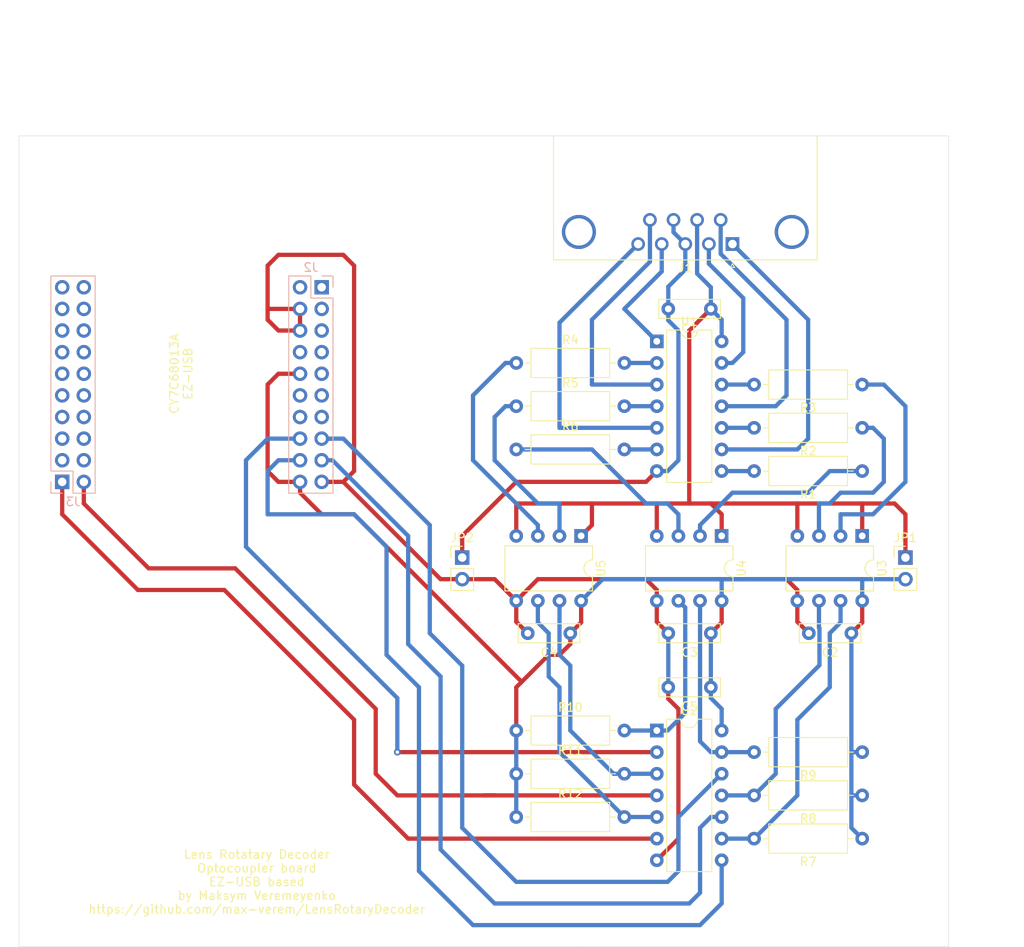
<source format=kicad_pcb>
(kicad_pcb (version 20211014) (generator pcbnew)
  (layers (0 "F.Cu" signal) (31 "B.Cu" signal) (34 "B.Paste" user) (35 "F.Paste" user) (36 "B.SilkS" user "B.Silkscreen") (37 "F.SilkS" user "F.Silkscreen") (38 "B.Mask" user) (39 "F.Mask" user) (44 "Edge.Cuts" user))
  (net 0 "")
  (net 1 "Net-(C1-Pad1)")
  (net 2 "Net-(C1-Pad2)")
  (net 3 "/GND")
  (net 4 "/VCC")
  (net 5 "Net-(J1-Pad1)")
  (net 6 "Net-(J1-Pad2)")
  (net 7 "Net-(J1-Pad4)")
  (net 8 "Net-(J1-Pad5)")
  (net 9 "Net-(J1-Pad6)")
  (net 10 "Net-(J1-Pad9)")
  (net 11 "Net-(J1-Pad0)")
  (net 12 "Net-(J2-Pad1)")
  (net 13 "/PD6")
  (net 14 "Net-(J2-Pad3)")
  (net 15 "Net-(J2-Pad5)")
  (net 16 "Net-(J2-Pad7)")
  (net 17 "/RDY0")
  (net 18 "Net-(J2-Pad9)")
  (net 19 "Net-(J2-Pad11)")
  (net 20 "/IFCLK")
  (net 21 "Net-(J2-Pad13)")
  (net 22 "/SDA")
  (net 23 "/PB0")
  (net 24 "/PB1")
  (net 25 "/PB2")
  (net 26 "/PB3")
  (net 27 "Net-(J3-Pad20)")
  (net 28 "Net-(J3-Pad18)")
  (net 29 "/PD1")
  (net 30 "Net-(J3-Pad16)")
  (net 31 "/PA7")
  (net 32 "Net-(J3-Pad14)")
  (net 33 "/PA5")
  (net 34 "Net-(J3-Pad12)")
  (net 35 "/PA3")
  (net 36 "Net-(J3-Pad10)")
  (net 37 "/PA1")
  (net 38 "Net-(J3-Pad8)")
  (net 39 "/CTL2")
  (net 40 "Net-(J3-Pad6)")
  (net 41 "/CTL0")
  (net 42 "/PB7")
  (net 43 "/PB6")
  (net 44 "/PB5")
  (net 45 "/PB4")
  (net 46 "Net-(R1-Pad1)")
  (net 47 "Net-(R1-Pad2)")
  (net 48 "Net-(R2-Pad2)")
  (net 49 "Net-(R2-Pad1)")
  (net 50 "Net-(R3-Pad1)")
  (net 51 "Net-(R3-Pad2)")
  (net 52 "Net-(R4-Pad2)")
  (net 53 "Net-(R4-Pad1)")
  (net 54 "Net-(R5-Pad1)")
  (net 55 "Net-(R5-Pad2)")
  (net 56 "Net-(R6-Pad2)")
  (net 57 "Net-(R6-Pad1)")
  (net 58 "Net-(R7-Pad2)")
  (net 59 "Net-(R8-Pad2)")
  (net 60 "Net-(R9-Pad2)")
  (net 61 "Net-(R10-Pad2)")
  (net 62 "Net-(R11-Pad2)")
  (net 63 "Net-(R12-Pad2)")
  (net 64 "/PD3")
  (footprint "Capacitor_THT:C_Rect_L7.0mm_W2.0mm_P5.00mm" (layer "F.Cu") (at 100.33 86.36 180)
    (fp_text reference "C3" (at 2.5 -2.25) (layer "F.SilkS"))
    (fp_text value "100nF")
    (pad "1" thru_hole circle locked (at 0 0 180) (size 1.6 1.6) (drill 0.8) (layers *.Cu *.Mask) (net 4 "/VCC"))
    (pad "2" thru_hole circle locked (at 5 0 180) (size 1.6 1.6) (drill 0.8) (layers *.Cu *.Mask) (net 3 "/GND"))
  )
  (footprint "Capacitor_THT:C_Rect_L7.0mm_W2.0mm_P5.00mm" (layer "F.Cu") (at 100.33 92.71 180)
    (fp_text reference "C5" (at 2.5 -2.25) (layer "F.SilkS"))
    (fp_text value "100nF")
    (pad "1" thru_hole circle locked (at 0 0 180) (size 1.6 1.6) (drill 0.8) (layers *.Cu *.Mask) (net 4 "/VCC"))
    (pad "2" thru_hole circle locked (at 5 0 180) (size 1.6 1.6) (drill 0.8) (layers *.Cu *.Mask) (net 3 "/GND"))
  )
  (footprint "Connector_Dsub:DSUB-9_Male_Horizontal_P2.77x2.84mm_EdgePinOffset9.90mm_Housed_MountingHolesOffset11.32mm" (layer "F.Cu") (at 102.87 40.64 180)
    (fp_text reference "J1" (at 5.54 -2.8) (layer "F.SilkS"))
    (fp_text value "DB9_Male_MountingHoles")
    (pad "0" thru_hole circle locked (at -6.96 1.42 180) (size 4 4) (drill 3.2) (layers *.Cu *.Mask) (net 11 "Net-(J1-Pad0)"))
    (pad "0" thru_hole circle locked (at 18.04 1.42 180) (size 4 4) (drill 3.2) (layers *.Cu *.Mask) (net 11 "Net-(J1-Pad0)"))
    (pad "1" thru_hole rect locked (at 0 0 180) (size 1.6 1.6) (drill 1) (layers *.Cu *.Mask) (net 5 "Net-(J1-Pad1)"))
    (pad "2" thru_hole circle locked (at 2.77 0 180) (size 1.6 1.6) (drill 1) (layers *.Cu *.Mask) (net 6 "Net-(J1-Pad2)"))
    (pad "3" thru_hole circle locked (at 5.54 0 180) (size 1.6 1.6) (drill 1) (layers *.Cu *.Mask) (net 2 "Net-(C1-Pad2)"))
    (pad "4" thru_hole circle locked (at 8.31 0 180) (size 1.6 1.6) (drill 1) (layers *.Cu *.Mask) (net 7 "Net-(J1-Pad4)"))
    (pad "5" thru_hole circle locked (at 11.08 0 180) (size 1.6 1.6) (drill 1) (layers *.Cu *.Mask) (net 8 "Net-(J1-Pad5)"))
    (pad "6" thru_hole circle locked (at 1.385 2.84 180) (size 1.6 1.6) (drill 1) (layers *.Cu *.Mask) (net 9 "Net-(J1-Pad6)"))
    (pad "7" thru_hole circle locked (at 4.155 2.84 180) (size 1.6 1.6) (drill 1) (layers *.Cu *.Mask) (net 1 "Net-(C1-Pad1)"))
    (pad "8" thru_hole circle locked (at 6.925 2.84 180) (size 1.6 1.6) (drill 1) (layers *.Cu *.Mask) (net 2 "Net-(C1-Pad2)"))
    (pad "9" thru_hole circle locked (at 9.695 2.84 180) (size 1.6 1.6) (drill 1) (layers *.Cu *.Mask) (net 10 "Net-(J1-Pad9)"))
  )
  (footprint "Connector_PinHeader_2.54mm:PinHeader_1x02_P2.54mm_Vertical" (layer "F.Cu") (at 123.19 77.47)
    (fp_text reference "JP1" (at 0 -2.33) (layer "F.SilkS"))
    (fp_text value "Jumper_2_Open")
    (pad "1" thru_hole rect locked (at 0 0) (size 1.7 1.7) (drill 1) (layers *.Cu *.Mask) (net 1 "Net-(C1-Pad1)"))
    (pad "2" thru_hole oval locked (at 0 2.54) (size 1.7 1.7) (drill 1) (layers *.Cu *.Mask) (net 4 "/VCC"))
  )
  (footprint "Connector_PinHeader_2.54mm:PinHeader_1x02_P2.54mm_Vertical" (layer "F.Cu") (at 71.12 77.47)
    (fp_text reference "JP2" (at 0 -2.33) (layer "F.SilkS"))
    (fp_text value "Jumper_2_Open")
    (pad "1" thru_hole rect locked (at 0 0) (size 1.7 1.7) (drill 1) (layers *.Cu *.Mask) (net 2 "Net-(C1-Pad2)"))
    (pad "2" thru_hole oval locked (at 0 2.54) (size 1.7 1.7) (drill 1) (layers *.Cu *.Mask) (net 3 "/GND"))
  )
  (footprint "Resistor_THT:R_Axial_DIN0309_L9.0mm_D3.2mm_P12.70mm_Horizontal" (layer "F.Cu") (at 118.11 67.31 180)
    (fp_text reference "R1" (at 6.35 -2.72) (layer "F.SilkS"))
    (fp_text value "360")
    (pad "1" thru_hole circle locked (at 0 0 180) (size 1.6 1.6) (drill 0.8) (layers *.Cu *.Mask) (net 46 "Net-(R1-Pad1)"))
    (pad "2" thru_hole oval locked (at 12.7 0 180) (size 1.6 1.6) (drill 0.8) (layers *.Cu *.Mask) (net 47 "Net-(R1-Pad2)"))
  )
  (footprint "Resistor_THT:R_Axial_DIN0309_L9.0mm_D3.2mm_P12.70mm_Horizontal" (layer "F.Cu") (at 118.11 62.23 180)
    (fp_text reference "R2" (at 6.35 -2.72) (layer "F.SilkS"))
    (fp_text value "360")
    (pad "1" thru_hole circle locked (at 0 0 180) (size 1.6 1.6) (drill 0.8) (layers *.Cu *.Mask) (net 49 "Net-(R2-Pad1)"))
    (pad "2" thru_hole oval locked (at 12.7 0 180) (size 1.6 1.6) (drill 0.8) (layers *.Cu *.Mask) (net 48 "Net-(R2-Pad2)"))
  )
  (footprint "Resistor_THT:R_Axial_DIN0309_L9.0mm_D3.2mm_P12.70mm_Horizontal" (layer "F.Cu") (at 118.11 57.15 180)
    (fp_text reference "R3" (at 6.35 -2.72) (layer "F.SilkS"))
    (fp_text value "360")
    (pad "1" thru_hole circle locked (at 0 0 180) (size 1.6 1.6) (drill 0.8) (layers *.Cu *.Mask) (net 50 "Net-(R3-Pad1)"))
    (pad "2" thru_hole oval locked (at 12.7 0 180) (size 1.6 1.6) (drill 0.8) (layers *.Cu *.Mask) (net 51 "Net-(R3-Pad2)"))
  )
  (footprint "Resistor_THT:R_Axial_DIN0309_L9.0mm_D3.2mm_P12.70mm_Horizontal" (layer "F.Cu") (at 77.47 54.61)
    (fp_text reference "R4" (at 6.35 -2.72) (layer "F.SilkS"))
    (fp_text value "360")
    (pad "1" thru_hole circle locked (at 0 0) (size 1.6 1.6) (drill 0.8) (layers *.Cu *.Mask) (net 53 "Net-(R4-Pad1)"))
    (pad "2" thru_hole oval locked (at 12.7 0) (size 1.6 1.6) (drill 0.8) (layers *.Cu *.Mask) (net 52 "Net-(R4-Pad2)"))
  )
  (footprint "Resistor_THT:R_Axial_DIN0309_L9.0mm_D3.2mm_P12.70mm_Horizontal" (layer "F.Cu") (at 77.47 59.69)
    (fp_text reference "R5" (at 6.35 -2.72) (layer "F.SilkS"))
    (fp_text value "360")
    (pad "1" thru_hole circle locked (at 0 0) (size 1.6 1.6) (drill 0.8) (layers *.Cu *.Mask) (net 54 "Net-(R5-Pad1)"))
    (pad "2" thru_hole oval locked (at 12.7 0) (size 1.6 1.6) (drill 0.8) (layers *.Cu *.Mask) (net 55 "Net-(R5-Pad2)"))
  )
  (footprint "Resistor_THT:R_Axial_DIN0309_L9.0mm_D3.2mm_P12.70mm_Horizontal" (layer "F.Cu") (at 77.47 64.77)
    (fp_text reference "R6" (at 6.35 -2.72) (layer "F.SilkS"))
    (fp_text value "360")
    (pad "1" thru_hole circle locked (at 0 0) (size 1.6 1.6) (drill 0.8) (layers *.Cu *.Mask) (net 57 "Net-(R6-Pad1)"))
    (pad "2" thru_hole oval locked (at 12.7 0) (size 1.6 1.6) (drill 0.8) (layers *.Cu *.Mask) (net 56 "Net-(R6-Pad2)"))
  )
  (footprint "Resistor_THT:R_Axial_DIN0309_L9.0mm_D3.2mm_P12.70mm_Horizontal" (layer "F.Cu") (at 118.11 105.41 180)
    (fp_text reference "R8" (at 6.35 -2.72) (layer "F.SilkS"))
    (fp_text value "1k")
    (pad "1" thru_hole circle locked (at 0 0 180) (size 1.6 1.6) (drill 0.8) (layers *.Cu *.Mask) (net 4 "/VCC"))
    (pad "2" thru_hole oval locked (at 12.7 0 180) (size 1.6 1.6) (drill 0.8) (layers *.Cu *.Mask) (net 59 "Net-(R8-Pad2)"))
  )
  (footprint "Resistor_THT:R_Axial_DIN0309_L9.0mm_D3.2mm_P12.70mm_Horizontal" (layer "F.Cu") (at 118.11 100.33 180)
    (fp_text reference "R9" (at 6.35 -2.72) (layer "F.SilkS"))
    (fp_text value "1k")
    (pad "1" thru_hole circle locked (at 0 0 180) (size 1.6 1.6) (drill 0.8) (layers *.Cu *.Mask) (net 4 "/VCC"))
    (pad "2" thru_hole oval locked (at 12.7 0 180) (size 1.6 1.6) (drill 0.8) (layers *.Cu *.Mask) (net 60 "Net-(R9-Pad2)"))
  )
  (footprint "Resistor_THT:R_Axial_DIN0309_L9.0mm_D3.2mm_P12.70mm_Horizontal" (layer "F.Cu") (at 77.47 97.79)
    (fp_text reference "R10" (at 6.35 -2.72) (layer "F.SilkS"))
    (fp_text value "1k")
    (pad "1" thru_hole circle locked (at 0 0) (size 1.6 1.6) (drill 0.8) (layers *.Cu *.Mask) (net 4 "/VCC"))
    (pad "2" thru_hole oval locked (at 12.7 0) (size 1.6 1.6) (drill 0.8) (layers *.Cu *.Mask) (net 61 "Net-(R10-Pad2)"))
  )
  (footprint "Resistor_THT:R_Axial_DIN0309_L9.0mm_D3.2mm_P12.70mm_Horizontal" (layer "F.Cu") (at 77.47 102.87)
    (fp_text reference "R11" (at 6.35 -2.72) (layer "F.SilkS"))
    (fp_text value "1k")
    (pad "1" thru_hole circle locked (at 0 0) (size 1.6 1.6) (drill 0.8) (layers *.Cu *.Mask) (net 4 "/VCC"))
    (pad "2" thru_hole oval locked (at 12.7 0) (size 1.6 1.6) (drill 0.8) (layers *.Cu *.Mask) (net 62 "Net-(R11-Pad2)"))
  )
  (footprint "Resistor_THT:R_Axial_DIN0309_L9.0mm_D3.2mm_P12.70mm_Horizontal" (layer "F.Cu") (at 77.47 107.95)
    (fp_text reference "R12" (at 6.35 -2.72) (layer "F.SilkS"))
    (fp_text value "1k")
    (pad "1" thru_hole circle locked (at 0 0) (size 1.6 1.6) (drill 0.8) (layers *.Cu *.Mask) (net 4 "/VCC"))
    (pad "2" thru_hole oval locked (at 12.7 0) (size 1.6 1.6) (drill 0.8) (layers *.Cu *.Mask) (net 63 "Net-(R12-Pad2)"))
  )
  (footprint "Package_DIP:DIP-14_W7.62mm" (layer "F.Cu") (at 93.98 52.07)
    (fp_text reference "U1" (at 3.81 -2.33) (layer "F.SilkS"))
    (fp_text value "74AHC04")
    (pad "1" thru_hole rect locked (at 0 0) (size 1.6 1.6) (drill 0.8) (layers *.Cu *.Mask) (net 7 "Net-(J1-Pad4)"))
    (pad "2" thru_hole oval locked (at 0 2.54) (size 1.6 1.6) (drill 0.8) (layers *.Cu *.Mask) (net 52 "Net-(R4-Pad2)"))
    (pad "3" thru_hole oval locked (at 0 5.08) (size 1.6 1.6) (drill 0.8) (layers *.Cu *.Mask) (net 10 "Net-(J1-Pad9)"))
    (pad "4" thru_hole oval locked (at 0 7.62) (size 1.6 1.6) (drill 0.8) (layers *.Cu *.Mask) (net 55 "Net-(R5-Pad2)"))
    (pad "5" thru_hole oval locked (at 0 10.16) (size 1.6 1.6) (drill 0.8) (layers *.Cu *.Mask) (net 8 "Net-(J1-Pad5)"))
    (pad "6" thru_hole oval locked (at 0 12.7) (size 1.6 1.6) (drill 0.8) (layers *.Cu *.Mask) (net 56 "Net-(R6-Pad2)"))
    (pad "7" thru_hole oval locked (at 0 15.24) (size 1.6 1.6) (drill 0.8) (layers *.Cu *.Mask) (net 2 "Net-(C1-Pad2)"))
    (pad "8" thru_hole oval locked (at 7.62 15.24) (size 1.6 1.6) (drill 0.8) (layers *.Cu *.Mask) (net 47 "Net-(R1-Pad2)"))
    (pad "9" thru_hole oval locked (at 7.62 12.7) (size 1.6 1.6) (drill 0.8) (layers *.Cu *.Mask) (net 5 "Net-(J1-Pad1)"))
    (pad "10" thru_hole oval locked (at 7.62 10.16) (size 1.6 1.6) (drill 0.8) (layers *.Cu *.Mask) (net 48 "Net-(R2-Pad2)"))
    (pad "11" thru_hole oval locked (at 7.62 7.62) (size 1.6 1.6) (drill 0.8) (layers *.Cu *.Mask) (net 9 "Net-(J1-Pad6)"))
    (pad "12" thru_hole oval locked (at 7.62 5.08) (size 1.6 1.6) (drill 0.8) (layers *.Cu *.Mask) (net 51 "Net-(R3-Pad2)"))
    (pad "13" thru_hole oval locked (at 7.62 2.54) (size 1.6 1.6) (drill 0.8) (layers *.Cu *.Mask) (net 6 "Net-(J1-Pad2)"))
    (pad "14" thru_hole oval locked (at 7.62 0) (size 1.6 1.6) (drill 0.8) (layers *.Cu *.Mask) (net 1 "Net-(C1-Pad1)"))
  )
  (footprint "Package_DIP:DIP-14_W7.62mm" (layer "F.Cu") (at 93.98 97.79)
    (fp_text reference "U2" (at 3.81 -2.33) (layer "F.SilkS"))
    (fp_text value "74AHC04")
    (pad "1" thru_hole rect locked (at 0 0) (size 1.6 1.6) (drill 0.8) (layers *.Cu *.Mask) (net 61 "Net-(R10-Pad2)"))
    (pad "2" thru_hole oval locked (at 0 2.54) (size 1.6 1.6) (drill 0.8) (layers *.Cu *.Mask) (net 24 "/PB1"))
    (pad "3" thru_hole oval locked (at 0 5.08) (size 1.6 1.6) (drill 0.8) (layers *.Cu *.Mask) (net 62 "Net-(R11-Pad2)"))
    (pad "4" thru_hole oval locked (at 0 7.62) (size 1.6 1.6) (drill 0.8) (layers *.Cu *.Mask) (net 44 "/PB5"))
    (pad "5" thru_hole oval locked (at 0 10.16) (size 1.6 1.6) (drill 0.8) (layers *.Cu *.Mask) (net 63 "Net-(R12-Pad2)"))
    (pad "6" thru_hole oval locked (at 0 12.7) (size 1.6 1.6) (drill 0.8) (layers *.Cu *.Mask) (net 45 "/PB4"))
    (pad "7" thru_hole oval locked (at 0 15.24) (size 1.6 1.6) (drill 0.8) (layers *.Cu *.Mask) (net 3 "/GND"))
    (pad "8" thru_hole oval locked (at 7.62 15.24) (size 1.6 1.6) (drill 0.8) (layers *.Cu *.Mask) (net 26 "/PB3"))
    (pad "9" thru_hole oval locked (at 7.62 12.7) (size 1.6 1.6) (drill 0.8) (layers *.Cu *.Mask) (net 58 "Net-(R7-Pad2)"))
    (pad "10" thru_hole oval locked (at 7.62 10.16) (size 1.6 1.6) (drill 0.8) (layers *.Cu *.Mask) (net 25 "/PB2"))
    (pad "11" thru_hole oval locked (at 7.62 7.62) (size 1.6 1.6) (drill 0.8) (layers *.Cu *.Mask) (net 59 "Net-(R8-Pad2)"))
    (pad "12" thru_hole oval locked (at 7.62 5.08) (size 1.6 1.6) (drill 0.8) (layers *.Cu *.Mask) (net 23 "/PB0"))
    (pad "13" thru_hole oval locked (at 7.62 2.54) (size 1.6 1.6) (drill 0.8) (layers *.Cu *.Mask) (net 60 "Net-(R9-Pad2)"))
    (pad "14" thru_hole oval locked (at 7.62 0) (size 1.6 1.6) (drill 0.8) (layers *.Cu *.Mask) (net 4 "/VCC"))
  )
  (footprint "Package_DIP:DIP-8_W7.62mm" (layer "F.Cu") (at 118.11 74.93 -90)
    (fp_text reference "U3" (at 3.81 -2.33 90) (layer "F.SilkS"))
    (fp_text value "HCPL-2630")
    (pad "1" thru_hole rect locked (at 0 0 270) (size 1.6 1.6) (drill 0.8) (layers *.Cu *.Mask) (net 1 "Net-(C1-Pad1)"))
    (pad "2" thru_hole oval locked (at 0 2.54 270) (size 1.6 1.6) (drill 0.8) (layers *.Cu *.Mask) (net 50 "Net-(R3-Pad1)"))
    (pad "3" thru_hole oval locked (at 0 5.08 270) (size 1.6 1.6) (drill 0.8) (layers *.Cu *.Mask) (net 49 "Net-(R2-Pad1)"))
    (pad "4" thru_hole oval locked (at 0 7.62 270) (size 1.6 1.6) (drill 0.8) (layers *.Cu *.Mask) (net 1 "Net-(C1-Pad1)"))
    (pad "5" thru_hole oval locked (at 7.62 7.62 270) (size 1.6 1.6) (drill 0.8) (layers *.Cu *.Mask) (net 3 "/GND"))
    (pad "6" thru_hole oval locked (at 7.62 5.08 270) (size 1.6 1.6) (drill 0.8) (layers *.Cu *.Mask) (net 59 "Net-(R8-Pad2)"))
    (pad "7" thru_hole oval locked (at 7.62 2.54 270) (size 1.6 1.6) (drill 0.8) (layers *.Cu *.Mask) (net 58 "Net-(R7-Pad2)"))
    (pad "8" thru_hole oval locked (at 7.62 0 270) (size 1.6 1.6) (drill 0.8) (layers *.Cu *.Mask) (net 4 "/VCC"))
  )
  (footprint "Package_DIP:DIP-8_W7.62mm" (layer "F.Cu") (at 101.6 74.93 -90)
    (fp_text reference "U4" (at 3.81 -2.33 90) (layer "F.SilkS"))
    (fp_text value "HCPL-2630")
    (pad "1" thru_hole rect locked (at 0 0 270) (size 1.6 1.6) (drill 0.8) (layers *.Cu *.Mask) (net 1 "Net-(C1-Pad1)"))
    (pad "2" thru_hole oval locked (at 0 2.54 270) (size 1.6 1.6) (drill 0.8) (layers *.Cu *.Mask) (net 46 "Net-(R1-Pad1)"))
    (pad "3" thru_hole oval locked (at 0 5.08 270) (size 1.6 1.6) (drill 0.8) (layers *.Cu *.Mask) (net 57 "Net-(R6-Pad1)"))
    (pad "4" thru_hole oval locked (at 0 7.62 270) (size 1.6 1.6) (drill 0.8) (layers *.Cu *.Mask) (net 1 "Net-(C1-Pad1)"))
    (pad "5" thru_hole oval locked (at 7.62 7.62 270) (size 1.6 1.6) (drill 0.8) (layers *.Cu *.Mask) (net 3 "/GND"))
    (pad "6" thru_hole oval locked (at 7.62 5.08 270) (size 1.6 1.6) (drill 0.8) (layers *.Cu *.Mask) (net 61 "Net-(R10-Pad2)"))
    (pad "7" thru_hole oval locked (at 7.62 2.54 270) (size 1.6 1.6) (drill 0.8) (layers *.Cu *.Mask) (net 60 "Net-(R9-Pad2)"))
    (pad "8" thru_hole oval locked (at 7.62 0 270) (size 1.6 1.6) (drill 0.8) (layers *.Cu *.Mask) (net 4 "/VCC"))
  )
  (footprint "Package_DIP:DIP-8_W7.62mm" (layer "F.Cu") (at 85.09 74.93 -90)
    (fp_text reference "U5" (at 3.81 -2.33 90) (layer "F.SilkS"))
    (fp_text value "HCPL-2630")
    (pad "1" thru_hole rect locked (at 0 0 270) (size 1.6 1.6) (drill 0.8) (layers *.Cu *.Mask) (net 1 "Net-(C1-Pad1)"))
    (pad "2" thru_hole oval locked (at 0 2.54 270) (size 1.6 1.6) (drill 0.8) (layers *.Cu *.Mask) (net 54 "Net-(R5-Pad1)"))
    (pad "3" thru_hole oval locked (at 0 5.08 270) (size 1.6 1.6) (drill 0.8) (layers *.Cu *.Mask) (net 53 "Net-(R4-Pad1)"))
    (pad "4" thru_hole oval locked (at 0 7.62 270) (size 1.6 1.6) (drill 0.8) (layers *.Cu *.Mask) (net 1 "Net-(C1-Pad1)"))
    (pad "5" thru_hole oval locked (at 7.62 7.62 270) (size 1.6 1.6) (drill 0.8) (layers *.Cu *.Mask) (net 3 "/GND"))
    (pad "6" thru_hole oval locked (at 7.62 5.08 270) (size 1.6 1.6) (drill 0.8) (layers *.Cu *.Mask) (net 63 "Net-(R12-Pad2)"))
    (pad "7" thru_hole oval locked (at 7.62 2.54 270) (size 1.6 1.6) (drill 0.8) (layers *.Cu *.Mask) (net 62 "Net-(R11-Pad2)"))
    (pad "8" thru_hole oval locked (at 7.62 0 270) (size 1.6 1.6) (drill 0.8) (layers *.Cu *.Mask) (net 4 "/VCC"))
  )
  (footprint "Capacitor_THT:C_Rect_L7.0mm_W2.0mm_P5.00mm" (layer "F.Cu") (at 100.33 48.26 180)
    (fp_text reference "C1" (at 2.5 -2.25) (layer "F.SilkS"))
    (fp_text value "100nF")
    (pad "1" thru_hole circle locked (at 0 0 180) (size 1.6 1.6) (drill 0.8) (layers *.Cu *.Mask) (net 1 "Net-(C1-Pad1)"))
    (pad "2" thru_hole circle locked (at 5 0 180) (size 1.6 1.6) (drill 0.8) (layers *.Cu *.Mask) (net 2 "Net-(C1-Pad2)"))
  )
  (footprint "Capacitor_THT:C_Rect_L7.0mm_W2.0mm_P5.00mm" (layer "F.Cu") (at 116.84 86.36 180)
    (fp_text reference "C2" (at 2.5 -2.25) (layer "F.SilkS"))
    (fp_text value "100nF")
    (pad "1" thru_hole circle locked (at 0 0 180) (size 1.6 1.6) (drill 0.8) (layers *.Cu *.Mask) (net 4 "/VCC"))
    (pad "2" thru_hole circle locked (at 5 0 180) (size 1.6 1.6) (drill 0.8) (layers *.Cu *.Mask) (net 3 "/GND"))
  )
  (footprint "Resistor_THT:R_Axial_DIN0309_L9.0mm_D3.2mm_P12.70mm_Horizontal" (layer "F.Cu") (at 118.11 110.49 180)
    (fp_text reference "R7" (at 6.35 -2.72) (layer "F.SilkS"))
    (fp_text value "1k")
    (pad "1" thru_hole circle locked (at 0 0 180) (size 1.6 1.6) (drill 0.8) (layers *.Cu *.Mask) (net 4 "/VCC"))
    (pad "2" thru_hole oval locked (at 12.7 0 180) (size 1.6 1.6) (drill 0.8) (layers *.Cu *.Mask) (net 58 "Net-(R7-Pad2)"))
  )
  (footprint "Capacitor_THT:C_Rect_L7.0mm_W2.0mm_P5.00mm" (layer "F.Cu") (at 83.82 86.36 180)
    (fp_text reference "C4" (at 2.5 -2.25) (layer "F.SilkS"))
    (fp_text value "100nF")
    (pad "1" thru_hole circle locked (at 0 0 180) (size 1.6 1.6) (drill 0.8) (layers *.Cu *.Mask) (net 4 "/VCC"))
    (pad "2" thru_hole circle locked (at 5 0 180) (size 1.6 1.6) (drill 0.8) (layers *.Cu *.Mask) (net 3 "/GND"))
  )
  (footprint "MountingHole:MountingHole_3.2mm_M3" (layer "F.Cu") (at 22.86 116.84)
    (fp_text reference "H1" hide)
    (fp_text value "MountingHole" hide)
    (pad "" np_thru_hole circle locked (at 0 0) (size 3.2 3.2) (drill 3.2) (layers *.Cu *.Mask))
  )
  (footprint "MountingHole:MountingHole_3.2mm_M3" (layer "F.Cu") (at 124.46 31.75)
    (fp_text reference "H2" hide)
    (fp_text value "MountingHole" hide)
    (pad "" np_thru_hole circle locked (at 0 0) (size 3.2 3.2) (drill 3.2) (layers *.Cu *.Mask))
  )
  (footprint "MountingHole:MountingHole_3.2mm_M3" (layer "F.Cu") (at 69.85 31.75)
    (fp_text reference "H3" hide)
    (fp_text value "MountingHole" hide)
    (pad "" np_thru_hole circle locked (at 0 0) (size 3.2 3.2) (drill 3.2) (layers *.Cu *.Mask))
  )
  (footprint "MountingHole:MountingHole_3.2mm_M3" (layer "F.Cu") (at 124.46 116.84)
    (fp_text reference "H4" hide)
    (fp_text value "MountingHole" hide)
    (pad "" np_thru_hole circle locked (at 0 0) (size 3.2 3.2) (drill 3.2) (layers *.Cu *.Mask))
  )
  (footprint "MountingHole:MountingHole_3.2mm_M3" (layer "F.Cu") (at 57.15 33.02)
    (fp_text reference "H6" hide)
    (fp_text value "MountingHole" hide)
    (pad "" np_thru_hole circle locked (at 0 0) (size 3.2 3.2) (drill 3.2) (layers *.Cu *.Mask))
  )
  (footprint "MountingHole:MountingHole_3.2mm_M3" (layer "F.Cu") (at 57.15 78.74)
    (fp_text reference "H7" hide)
    (fp_text value "MountingHole" hide)
    (pad "" np_thru_hole circle locked (at 0 0) (size 3.2 3.2) (drill 3.2) (layers *.Cu *.Mask))
  )
  (footprint "MountingHole:MountingHole_3.2mm_M3" (layer "F.Cu") (at 22.86 31.75)
    (fp_text reference "H8" hide)
    (fp_text value "MountingHole" hide)
    (pad "" np_thru_hole circle locked (at 0 0) (size 3.2 3.2) (drill 3.2) (layers *.Cu *.Mask))
  )
  (footprint "MountingHole:MountingHole_3.2mm_M3" (layer "F.Cu") (at 69.85 68.58)
    (fp_text reference "H9" hide)
    (fp_text value "MountingHole")
    (pad "" np_thru_hole circle locked (at 0 0) (size 3.2 3.2) (drill 3.2) (layers *.Cu *.Mask))
  )
  (footprint "MountingHole:MountingHole_3.2mm_M3" (layer "F.Cu") (at 21.59 78.74)
    (fp_text reference "H10" hide)
    (fp_text value "MountingHole" hide)
    (pad "" np_thru_hole circle locked (at 0 0) (size 3.2 3.2) (drill 3.2) (layers *.Cu *.Mask))
  )
  (footprint "Connector_PinHeader_2.54mm:PinHeader_2x10_P2.54mm_Vertical" (layer "B.Cu") (at 54.61 45.72 180)
    (fp_text reference "J2" (at 1.27 2.33) (layer "B.SilkS") (effects (justify mirror)))
    (fp_text value "Conn_02x10_Odd_Even" hide)
    (pad "1" thru_hole rect locked (at 0 0 180) (size 1.7 1.7) (drill 1) (layers *.Cu *.Mask) (net 12 "Net-(J2-Pad1)"))
    (pad "2" thru_hole oval locked (at 2.54 0 180) (size 1.7 1.7) (drill 1) (layers *.Cu *.Mask) (net 13 "/PD6"))
    (pad "3" thru_hole oval locked (at 0 -2.54 180) (size 1.7 1.7) (drill 1) (layers *.Cu *.Mask) (net 14 "Net-(J2-Pad3)"))
    (pad "4" thru_hole oval locked (at 2.54 -2.54 180) (size 1.7 1.7) (drill 1) (layers *.Cu *.Mask) (net 3 "/GND"))
    (pad "5" thru_hole oval locked (at 0 -5.08 180) (size 1.7 1.7) (drill 1) (layers *.Cu *.Mask) (net 15 "Net-(J2-Pad5)"))
    (pad "6" thru_hole oval locked (at 2.54 -5.08 180) (size 1.7 1.7) (drill 1) (layers *.Cu *.Mask) (net 3 "/GND"))
    (pad "7" thru_hole oval locked (at 0 -7.62 180) (size 1.7 1.7) (drill 1) (layers *.Cu *.Mask) (net 16 "Net-(J2-Pad7)"))
    (pad "8" thru_hole oval locked (at 2.54 -7.62 180) (size 1.7 1.7) (drill 1) (layers *.Cu *.Mask) (net 17 "/RDY0"))
    (pad "9" thru_hole oval locked (at 0 -10.16 180) (size 1.7 1.7) (drill 1) (layers *.Cu *.Mask) (net 18 "Net-(J2-Pad9)"))
    (pad "10" thru_hole oval locked (at 2.54 -10.16 180) (size 1.7 1.7) (drill 1) (layers *.Cu *.Mask) (net 4 "/VCC"))
    (pad "11" thru_hole oval locked (at 0 -12.7 180) (size 1.7 1.7) (drill 1) (layers *.Cu *.Mask) (net 19 "Net-(J2-Pad11)"))
    (pad "12" thru_hole oval locked (at 2.54 -12.7 180) (size 1.7 1.7) (drill 1) (layers *.Cu *.Mask) (net 20 "/IFCLK"))
    (pad "13" thru_hole oval locked (at 0 -15.24 180) (size 1.7 1.7) (drill 1) (layers *.Cu *.Mask) (net 21 "Net-(J2-Pad13)"))
    (pad "14" thru_hole oval locked (at 2.54 -15.24 180) (size 1.7 1.7) (drill 1) (layers *.Cu *.Mask) (net 22 "/SDA"))
    (pad "15" thru_hole oval locked (at 0 -17.78 180) (size 1.7 1.7) (drill 1) (layers *.Cu *.Mask) (net 23 "/PB0"))
    (pad "16" thru_hole oval locked (at 2.54 -17.78 180) (size 1.7 1.7) (drill 1) (layers *.Cu *.Mask) (net 24 "/PB1"))
    (pad "17" thru_hole oval locked (at 0 -20.32 180) (size 1.7 1.7) (drill 1) (layers *.Cu *.Mask) (net 25 "/PB2"))
    (pad "18" thru_hole oval locked (at 2.54 -20.32 180) (size 1.7 1.7) (drill 1) (layers *.Cu *.Mask) (net 26 "/PB3"))
    (pad "19" thru_hole oval locked (at 0 -22.86 180) (size 1.7 1.7) (drill 1) (layers *.Cu *.Mask) (net 3 "/GND"))
    (pad "20" thru_hole oval locked (at 2.54 -22.86 180) (size 1.7 1.7) (drill 1) (layers *.Cu *.Mask) (net 4 "/VCC"))
  )
  (footprint "Connector_PinHeader_2.54mm:PinHeader_2x10_P2.54mm_Vertical" (layer "B.Cu") (at 24.13 68.58)
    (fp_text reference "J3" (at 1.27 2.33) (layer "B.SilkS") (effects (justify mirror)))
    (fp_text value "Conn_02x10_Odd_Even")
    (pad "1" thru_hole rect locked (at 0 0) (size 1.7 1.7) (drill 1) (layers *.Cu *.Mask) (net 45 "/PB4"))
    (pad "2" thru_hole oval locked (at 2.54 0) (size 1.7 1.7) (drill 1) (layers *.Cu *.Mask) (net 44 "/PB5"))
    (pad "3" thru_hole oval locked (at 0 -2.54) (size 1.7 1.7) (drill 1) (layers *.Cu *.Mask) (net 43 "/PB6"))
    (pad "4" thru_hole oval locked (at 2.54 -2.54) (size 1.7 1.7) (drill 1) (layers *.Cu *.Mask) (net 42 "/PB7"))
    (pad "5" thru_hole oval locked (at 0 -5.08) (size 1.7 1.7) (drill 1) (layers *.Cu *.Mask) (net 41 "/CTL0"))
    (pad "6" thru_hole oval locked (at 2.54 -5.08) (size 1.7 1.7) (drill 1) (layers *.Cu *.Mask) (net 40 "Net-(J3-Pad6)"))
    (pad "7" thru_hole oval locked (at 0 -7.62) (size 1.7 1.7) (drill 1) (layers *.Cu *.Mask) (net 39 "/CTL2"))
    (pad "8" thru_hole oval locked (at 2.54 -7.62) (size 1.7 1.7) (drill 1) (layers *.Cu *.Mask) (net 38 "Net-(J3-Pad8)"))
    (pad "9" thru_hole oval locked (at 0 -10.16) (size 1.7 1.7) (drill 1) (layers *.Cu *.Mask) (net 37 "/PA1"))
    (pad "10" thru_hole oval locked (at 2.54 -10.16) (size 1.7 1.7) (drill 1) (layers *.Cu *.Mask) (net 36 "Net-(J3-Pad10)"))
    (pad "11" thru_hole oval locked (at 0 -12.7) (size 1.7 1.7) (drill 1) (layers *.Cu *.Mask) (net 35 "/PA3"))
    (pad "12" thru_hole oval locked (at 2.54 -12.7) (size 1.7 1.7) (drill 1) (layers *.Cu *.Mask) (net 34 "Net-(J3-Pad12)"))
    (pad "13" thru_hole oval locked (at 0 -15.24) (size 1.7 1.7) (drill 1) (layers *.Cu *.Mask) (net 33 "/PA5"))
    (pad "14" thru_hole oval locked (at 2.54 -15.24) (size 1.7 1.7) (drill 1) (layers *.Cu *.Mask) (net 32 "Net-(J3-Pad14)"))
    (pad "15" thru_hole oval locked (at 0 -17.78) (size 1.7 1.7) (drill 1) (layers *.Cu *.Mask) (net 31 "/PA7"))
    (pad "16" thru_hole oval locked (at 2.54 -17.78) (size 1.7 1.7) (drill 1) (layers *.Cu *.Mask) (net 30 "Net-(J3-Pad16)"))
    (pad "17" thru_hole oval locked (at 0 -20.32) (size 1.7 1.7) (drill 1) (layers *.Cu *.Mask) (net 29 "/PD1"))
    (pad "18" thru_hole oval locked (at 2.54 -20.32) (size 1.7 1.7) (drill 1) (layers *.Cu *.Mask) (net 28 "Net-(J3-Pad18)"))
    (pad "19" thru_hole oval locked (at 0 -22.86) (size 1.7 1.7) (drill 1) (layers *.Cu *.Mask) (net 64 "/PD3"))
    (pad "20" thru_hole oval locked (at 2.54 -22.86) (size 1.7 1.7) (drill 1) (layers *.Cu *.Mask) (net 27 "Net-(J3-Pad20)"))
  )
  (gr_line (start 19.05 123.19) (end 19.05 115.57) (layer "Edge.Cuts") (width 0.05))
  (gr_line (start 128.27 123.19) (end 85.09 123.19) (layer "Edge.Cuts") (width 0.05))
  (gr_line (start 128.27 27.94) (end 128.27 123.19) (layer "Edge.Cuts") (width 0.05))
  (gr_line (start 85.09 123.19) (end 19.05 123.19) (layer "Edge.Cuts") (width 0.05))
  (gr_line (start 19.05 27.94) (end 128.27 27.94) (layer "Edge.Cuts") (width 0.05))
  (gr_line (start 19.05 27.94) (end 19.05 115.57) (layer "Edge.Cuts") (width 0.05))
  (gr_text "CY7C68013A\nEZ-USB" (at 38.1 55.88 90) (layer "F.SilkS") (effects (font (size 1 1))))
  (gr_text "Lens Rotatary Decoder\nOptocoupler board\nEZ-USB based\nby Maksym Veremeyenko\nhttps://github.com/max-verem/LensRotaryDecoder\n" (at 46.99 115.57) (layer "F.SilkS") (effects (font (size 1 1))))
  (segment (start 86.36 71.12) (end 86.36 73.66) (width 0.5) (layer "F.Cu") (net 1))
  (segment (start 110.49 71.12) (end 118.11 71.12) (width 0.5) (layer "F.Cu") (net 1))
  (segment (start 86.36 71.12) (end 77.47 71.12) (width 0.5) (layer "F.Cu") (net 1))
  (segment (start 86.36 73.66) (end 85.09 74.93) (width 0.5) (layer "F.Cu") (net 1))
  (segment (start 77.47 71.12) (end 77.47 74.93) (width 0.5) (layer "F.Cu") (net 1))
  (segment (start 118.11 71.12) (end 118.11 74.93) (width 0.5) (layer "F.Cu") (net 1))
  (segment (start 93.98 71.12) (end 86.36 71.12) (width 0.5) (layer "F.Cu") (net 1))
  (segment (start 121.92 71.12) (end 123.19 72.39) (width 0.5) (layer "F.Cu") (net 1))
  (segment (start 100.33 71.12) (end 101.6 72.39) (width 0.5) (layer "F.Cu") (net 1))
  (segment (start 97.79 71.12) (end 93.98 71.12) (width 0.5) (layer "F.Cu") (net 1))
  (segment (start 100.33 48.26) (end 97.79 50.8) (width 0.5) (layer "F.Cu") (net 1))
  (segment (start 93.98 71.12) (end 93.98 74.93) (width 0.5) (layer "F.Cu") (net 1))
  (segment (start 97.79 50.8) (end 97.79 71.12) (width 0.5) (layer "F.Cu") (net 1))
  (segment (start 101.6 72.39) (end 101.6 74.93) (width 0.5) (layer "F.Cu") (net 1))
  (segment (start 110.49 71.12) (end 110.49 74.93) (width 0.5) (layer "F.Cu") (net 1))
  (segment (start 123.19 72.39) (end 123.19 77.47) (width 0.5) (layer "F.Cu") (net 1))
  (segment (start 97.79 71.12) (end 100.33 71.12) (width 0.5) (layer "F.Cu") (net 1))
  (segment (start 118.11 71.12) (end 121.92 71.12) (width 0.5) (layer "F.Cu") (net 1))
  (segment (start 100.33 71.12) (end 110.49 71.12) (width 0.5) (layer "F.Cu") (net 1))
  (segment (start 98.715 44.105) (end 100.33 45.72) (width 0.5) (layer "B.Cu") (net 1))
  (segment (start 100.33 45.72) (end 100.33 48.26) (width 0.5) (layer "B.Cu") (net 1))
  (segment (start 101.6 49.53) (end 101.6 52.07) (width 0.5) (layer "B.Cu") (net 1))
  (segment (start 98.715 37.8) (end 98.715 44.105) (width 0.5) (layer "B.Cu") (net 1))
  (segment (start 100.33 48.26) (end 101.6 49.53) (width 0.5) (layer "B.Cu") (net 1))
  (segment (start 77.47 68.58) (end 92.71 68.58) (width 0.5) (layer "F.Cu") (net 2))
  (segment (start 71.12 77.47) (end 71.12 74.93) (width 0.5) (layer "F.Cu") (net 2))
  (segment (start 92.71 68.58) (end 93.98 67.31) (width 0.5) (layer "F.Cu") (net 2))
  (segment (start 71.12 74.93) (end 77.47 68.58) (width 0.5) (layer "F.Cu") (net 2))
  (segment (start 96.52 66.04) (end 95.25 67.31) (width 0.5) (layer "B.Cu") (net 2))
  (segment (start 95.33 49.61) (end 96.52 50.8) (width 0.5) (layer "B.Cu") (net 2))
  (segment (start 95.33 45.64) (end 95.33 48.26) (width 0.5) (layer "B.Cu") (net 2))
  (segment (start 97.33 40.64) (end 97.33 43.64) (width 0.5) (layer "B.Cu") (net 2))
  (segment (start 97.33 43.64) (end 95.33 45.64) (width 0.5) (layer "B.Cu") (net 2))
  (segment (start 95.945 39.255) (end 97.33 40.64) (width 0.5) (layer "B.Cu") (net 2))
  (segment (start 95.945 37.8) (end 95.945 39.255) (width 0.5) (layer "B.Cu") (net 2))
  (segment (start 95.33 48.26) (end 95.33 49.61) (width 0.5) (layer "B.Cu") (net 2))
  (segment (start 95.25 67.31) (end 93.98 67.31) (width 0.5) (layer "B.Cu") (net 2))
  (segment (start 96.52 50.8) (end 96.52 66.04) (width 0.5) (layer "B.Cu") (net 2))
  (segment (start 93.98 85.01) (end 95.33 86.36) (width 0.5) (layer "F.Cu") (net 3))
  (segment (start 48.26 48.26) (end 48.26 49.53) (width 0.5) (layer "F.Cu") (net 3))
  (segment (start 96.52 95.25) (end 96.52 110.49) (width 0.5) (layer "F.Cu") (net 3))
  (segment (start 49.53 41.91) (end 48.26 43.18) (width 0.5) (layer "F.Cu") (net 3))
  (segment (start 54.61 68.58) (end 57.15 68.58) (width 0.5) (layer "F.Cu") (net 3))
  (segment (start 58.42 43.18) (end 57.15 41.91) (width 0.5) (layer "F.Cu") (net 3))
  (segment (start 110.49 81.28) (end 109.22 80.01) (width 0.5) (layer "F.Cu") (net 3))
  (segment (start 93.98 82.55) (end 93.98 85.01) (width 0.5) (layer "F.Cu") (net 3))
  (segment (start 52.07 48.26) (end 52.07 50.8) (width 0.5) (layer "F.Cu") (net 3))
  (segment (start 49.53 50.8) (end 52.07 50.8) (width 0.5) (layer "F.Cu") (net 3))
  (segment (start 93.98 82.55) (end 93.98 81.28) (width 0.5) (layer "F.Cu") (net 3))
  (segment (start 57.15 41.91) (end 49.53 41.91) (width 0.5) (layer "F.Cu") (net 3))
  (segment (start 52.07 48.26) (end 48.26 48.26) (width 0.5) (layer "F.Cu") (net 3))
  (segment (start 95.33 94.06) (end 96.52 95.25) (width 0.5) (layer "F.Cu") (net 3))
  (segment (start 68.58 80.01) (end 71.12 80.01) (width 0.5) (layer "F.Cu") (net 3))
  (segment (start 48.26 43.18) (end 48.26 48.26) (width 0.5) (layer "F.Cu") (net 3))
  (segment (start 71.12 80.01) (end 74.93 80.01) (width 0.5) (layer "F.Cu") (net 3))
  (segment (start 110.49 82.55) (end 110.49 81.28) (width 0.5) (layer "F.Cu") (net 3))
  (segment (start 93.98 81.28) (end 92.71 80.01) (width 0.5) (layer "F.Cu") (net 3))
  (segment (start 57.15 68.58) (end 68.58 80.01) (width 0.5) (layer "F.Cu") (net 3))
  (segment (start 95.33 92.71) (end 95.33 94.06) (width 0.5) (layer "F.Cu") (net 3))
  (segment (start 77.47 82.55) (end 77.47 85.01) (width 0.5) (layer "F.Cu") (net 3))
  (segment (start 58.42 67.31) (end 58.42 43.18) (width 0.5) (layer "F.Cu") (net 3))
  (segment (start 96.52 110.49) (end 93.98 113.03) (width 0.5) (layer "F.Cu") (net 3))
  (segment (start 92.71 80.01) (end 80.01 80.01) (width 0.5) (layer "F.Cu") (net 3))
  (segment (start 109.22 80.01) (end 92.71 80.01) (width 0.5) (layer "F.Cu") (net 3))
  (segment (start 80.01 80.01) (end 77.47 82.55) (width 0.5) (layer "F.Cu") (net 3))
  (segment (start 74.93 80.01) (end 77.47 82.55) (width 0.5) (layer "F.Cu") (net 3))
  (segment (start 110.49 85.01) (end 111.84 86.36) (width 0.5) (layer "F.Cu") (net 3))
  (segment (start 57.15 68.58) (end 58.42 67.31) (width 0.5) (layer "F.Cu") (net 3))
  (segment (start 77.47 85.01) (end 78.82 86.36) (width 0.5) (layer "F.Cu") (net 3))
  (segment (start 110.49 82.55) (end 110.49 85.01) (width 0.5) (layer "F.Cu") (net 3))
  (segment (start 48.26 49.53) (end 49.53 50.8) (width 0.5) (layer "F.Cu") (net 3))
  (segment (start 95.33 86.36) (end 95.33 92.71) (width 0.5) (layer "B.Cu") (net 3))
  (segment (start 83.82 86.36) (end 85.09 85.09) (width 0.5) (layer "F.Cu") (net 4))
  (segment (start 58.42 72.39) (end 78.105 92.075) (width 0.5) (layer "F.Cu") (net 4))
  (segment (start 52.07 68.58) (end 52.07 69.85) (width 0.5) (layer "F.Cu") (net 4))
  (segment (start 49.53 55.88) (end 52.07 55.88) (width 0.5) (layer "F.Cu") (net 4))
  (segment (start 101.6 85.09) (end 101.6 82.55) (width 0.5) (layer "F.Cu") (net 4))
  (segment (start 52.07 68.58) (end 49.53 68.58) (width 0.5) (layer "F.Cu") (net 4))
  (segment (start 77.47 97.79) (end 77.47 92.71) (width 0.5) (layer "F.Cu") (net 4))
  (segment (start 82.55 88.9) (end 83.82 87.63) (width 0.5) (layer "F.Cu") (net 4))
  (segment (start 48.26 67.31) (end 48.26 57.15) (width 0.5) (layer "F.Cu") (net 4))
  (segment (start 85.09 85.09) (end 85.09 82.55) (width 0.5) (layer "F.Cu") (net 4))
  (segment (start 52.07 69.85) (end 54.61 72.39) (width 0.5) (layer "F.Cu") (net 4))
  (segment (start 81.28 88.9) (end 82.55 88.9) (width 0.5) (layer "F.Cu") (net 4))
  (segment (start 116.84 86.36) (end 118.11 85.09) (width 0.5) (layer "F.Cu") (net 4))
  (segment (start 118.11 85.09) (end 118.11 82.55) (width 0.5) (layer "F.Cu") (net 4))
  (segment (start 100.33 86.36) (end 101.6 85.09) (width 0.5) (layer "F.Cu") (net 4))
  (segment (start 54.61 72.39) (end 58.42 72.39) (width 0.5) (layer "F.Cu") (net 4))
  (segment (start 49.53 68.58) (end 48.26 67.31) (width 0.5) (layer "F.Cu") (net 4))
  (segment (start 83.82 87.63) (end 83.82 86.36) (width 0.5) (layer "F.Cu") (net 4))
  (segment (start 78.105 92.075) (end 81.28 88.9) (width 0.5) (layer "F.Cu") (net 4))
  (segment (start 48.26 57.15) (end 49.53 55.88) (width 0.5) (layer "F.Cu") (net 4))
  (segment (start 77.47 92.71) (end 78.105 92.075) (width 0.5) (layer "F.Cu") (net 4))
  (segment (start 116.84 105.41) (end 116.84 109.22) (width 0.5) (layer "B.Cu") (net 4))
  (segment (start 123.19 80.01) (end 101.6 80.01) (width 0.5) (layer "B.Cu") (net 4))
  (segment (start 116.84 86.36) (end 116.84 100.33) (width 0.5) (layer "B.Cu") (net 4))
  (segment (start 116.84 100.33) (end 118.11 100.33) (width 0.5) (layer "B.Cu") (net 4))
  (segment (start 101.6 95.25) (end 101.6 97.79) (width 0.5) (layer "B.Cu") (net 4))
  (segment (start 101.6 82.55) (end 101.6 80.01) (width 0.5) (layer "B.Cu") (net 4))
  (segment (start 87.63 80.01) (end 85.09 82.55) (width 0.5) (layer "B.Cu") (net 4))
  (segment (start 116.84 100.33) (end 116.84 105.41) (width 0.5) (layer "B.Cu") (net 4))
  (segment (start 116.84 109.22) (end 118.11 110.49) (width 0.5) (layer "B.Cu") (net 4))
  (segment (start 100.33 93.98) (end 101.6 95.25) (width 0.5) (layer "B.Cu") (net 4))
  (segment (start 77.47 107.95) (end 77.47 102.87) (width 0.5) (layer "B.Cu") (net 4))
  (segment (start 118.11 80.01) (end 118.11 82.55) (width 0.5) (layer "B.Cu") (net 4))
  (segment (start 100.33 86.36) (end 100.33 92.71) (width 0.5) (layer "B.Cu") (net 4))
  (segment (start 77.47 102.87) (end 77.47 97.79) (width 0.5) (layer "B.Cu") (net 4))
  (segment (start 101.6 80.01) (end 87.63 80.01) (width 0.5) (layer "B.Cu") (net 4))
  (segment (start 116.84 105.41) (end 118.11 105.41) (width 0.5) (layer "B.Cu") (net 4))
  (segment (start 100.33 92.71) (end 100.33 93.98) (width 0.5) (layer "B.Cu") (net 4))
  (segment (start 111.76 63.5) (end 110.49 64.77) (width 0.5) (layer "B.Cu") (net 5))
  (segment (start 102.87 40.64) (end 111.76 49.53) (width 0.5) (layer "B.Cu") (net 5))
  (segment (start 110.49 64.77) (end 101.6 64.77) (width 0.5) (layer "B.Cu") (net 5))
  (segment (start 111.76 49.53) (end 111.76 63.5) (width 0.5) (layer "B.Cu") (net 5))
  (segment (start 100.1 40.64) (end 100.1 42.95) (width 0.5) (layer "B.Cu") (net 6))
  (segment (start 104.14 46.99) (end 104.14 53.34) (width 0.5) (layer "B.Cu") (net 6))
  (segment (start 102.87 54.61) (end 101.6 54.61) (width 0.5) (layer "B.Cu") (net 6))
  (segment (start 100.1 42.95) (end 104.14 46.99) (width 0.5) (layer "B.Cu") (net 6))
  (segment (start 104.14 53.34) (end 102.87 54.61) (width 0.5) (layer "B.Cu") (net 6))
  (segment (start 94.56 43.87) (end 90.17 48.26) (width 0.5) (layer "B.Cu") (net 7))
  (segment (start 94.56 40.64) (end 94.56 43.87) (width 0.5) (layer "B.Cu") (net 7))
  (segment (start 90.17 48.26) (end 93.98 52.07) (width 0.5) (layer "B.Cu") (net 7))
  (segment (start 82.55 62.23) (end 82.55 49.88) (width 0.5) (layer "B.Cu") (net 8))
  (segment (start 82.55 49.88) (end 91.79 40.64) (width 0.5) (layer "B.Cu") (net 8))
  (segment (start 93.98 62.23) (end 82.55 62.23) (width 0.5) (layer "B.Cu") (net 8))
  (segment (start 109.22 58.42) (end 107.95 59.69) (width 0.5) (layer "B.Cu") (net 9))
  (segment (start 107.95 59.69) (end 101.6 59.69) (width 0.5) (layer "B.Cu") (net 9))
  (segment (start 101.485 41.795) (end 109.22 49.53) (width 0.5) (layer "B.Cu") (net 9))
  (segment (start 101.485 37.8) (end 101.485 41.795) (width 0.5) (layer "B.Cu") (net 9))
  (segment (start 109.22 49.53) (end 109.22 58.42) (width 0.5) (layer "B.Cu") (net 9))
  (segment (start 93.175 37.8) (end 93.175 42.715) (width 0.5) (layer "B.Cu") (net 10))
  (segment (start 86.36 49.53) (end 86.36 57.15) (width 0.5) (layer "B.Cu") (net 10))
  (segment (start 86.36 57.15) (end 93.98 57.15) (width 0.5) (layer "B.Cu") (net 10))
  (segment (start 93.175 42.715) (end 86.36 49.53) (width 0.5) (layer "B.Cu") (net 10))
  (segment (start 101.6 102.87) (end 96.52 107.95) (width 0.5) (layer "B.Cu") (net 23))
  (segment (start 96.52 114.3) (end 95.25 115.57) (width 0.5) (layer "B.Cu") (net 23))
  (segment (start 54.61 63.5) (end 55.88 63.5) (width 0.5) (layer "B.Cu") (net 23))
  (segment (start 96.52 107.95) (end 96.52 114.3) (width 0.5) (layer "B.Cu") (net 23))
  (segment (start 71.12 90.17) (end 67.31 86.36) (width 0.5) (layer "B.Cu") (net 23))
  (segment (start 67.31 86.36) (end 67.31 73.66) (width 0.5) (layer "B.Cu") (net 23))
  (segment (start 67.31 73.66) (end 57.15 63.5) (width 0.5) (layer "B.Cu") (net 23))
  (segment (start 57.15 63.5) (end 54.61 63.5) (width 0.5) (layer "B.Cu") (net 23))
  (segment (start 71.12 109.22) (end 71.12 90.17) (width 0.5) (layer "B.Cu") (net 23))
  (segment (start 77.47 115.57) (end 71.12 109.22) (width 0.5) (layer "B.Cu") (net 23))
  (segment (start 95.25 115.57) (end 77.47 115.57) (width 0.5) (layer "B.Cu") (net 23))
  (segment (start 93.98 100.33) (end 63.5 100.33) (width 0.5) (layer "F.Cu") (net 24))
  (via (at 63.5 100.33) (size 0.8) (drill 0.4) (layers "F.Cu" "B.Cu") (net 24))
  (segment (start 48.26 63.5) (end 52.07 63.5) (width 0.5) (layer "B.Cu") (net 24))
  (segment (start 63.5 100.33) (end 63.5 93.98) (width 0.5) (layer "B.Cu") (net 24))
  (segment (start 45.72 76.2) (end 45.72 66.04) (width 0.5) (layer "B.Cu") (net 24))
  (segment (start 45.72 66.04) (end 48.26 63.5) (width 0.5) (layer "B.Cu") (net 24))
  (segment (start 63.5 93.98) (end 45.72 76.2) (width 0.5) (layer "B.Cu") (net 24))
  (segment (start 100.33 107.95) (end 99.06 109.22) (width 0.5) (layer "B.Cu") (net 25))
  (segment (start 68.58 91.44) (end 64.77 87.63) (width 0.5) (layer "B.Cu") (net 25))
  (segment (start 54.61 66.04) (end 55.88 66.04) (width 0.5) (layer "B.Cu") (net 25))
  (segment (start 62.23 72.39) (end 60.96 71.12) (width 0.5) (layer "B.Cu") (net 25))
  (segment (start 74.93 118.11) (end 68.58 111.76) (width 0.5) (layer "B.Cu") (net 25))
  (segment (start 68.58 111.76) (end 68.58 91.44) (width 0.5) (layer "B.Cu") (net 25))
  (segment (start 64.77 87.63) (end 64.77 74.93) (width 0.5) (layer "B.Cu") (net 25))
  (segment (start 97.79 118.11) (end 74.93 118.11) (width 0.5) (layer "B.Cu") (net 25))
  (segment (start 55.88 66.04) (end 62.23 72.39) (width 0.5) (layer "B.Cu") (net 25))
  (segment (start 99.06 116.84) (end 97.79 118.11) (width 0.5) (layer "B.Cu") (net 25))
  (segment (start 99.06 109.22) (end 99.06 116.84) (width 0.5) (layer "B.Cu") (net 25))
  (segment (start 64.77 74.93) (end 62.23 72.39) (width 0.5) (layer "B.Cu") (net 25))
  (segment (start 101.6 107.95) (end 100.33 107.95) (width 0.5) (layer "B.Cu") (net 25))
  (segment (start 101.6 113.03) (end 101.6 118.11) (width 0.5) (layer "B.Cu") (net 26))
  (segment (start 101.6 118.11) (end 99.06 120.65) (width 0.5) (layer "B.Cu") (net 26))
  (segment (start 48.26 67.31) (end 49.53 66.04) (width 0.5) (layer "B.Cu") (net 26))
  (segment (start 99.06 120.65) (end 72.39 120.65) (width 0.5) (layer "B.Cu") (net 26))
  (segment (start 58.42 72.39) (end 48.26 72.39) (width 0.5) (layer "B.Cu") (net 26))
  (segment (start 48.26 72.39) (end 48.26 67.31) (width 0.5) (layer "B.Cu") (net 26))
  (segment (start 66.04 114.3) (end 66.04 92.71) (width 0.5) (layer "B.Cu") (net 26))
  (segment (start 62.23 88.9) (end 62.23 76.2) (width 0.5) (layer "B.Cu") (net 26))
  (segment (start 66.04 92.71) (end 62.23 88.9) (width 0.5) (layer "B.Cu") (net 26))
  (segment (start 49.53 66.04) (end 52.07 66.04) (width 0.5) (layer "B.Cu") (net 26))
  (segment (start 62.23 76.2) (end 58.42 72.39) (width 0.5) (layer "B.Cu") (net 26))
  (segment (start 72.39 120.65) (end 66.04 114.3) (width 0.5) (layer "B.Cu") (net 26))
  (segment (start 44.45 78.74) (end 60.96 95.25) (width 0.5) (layer "F.Cu") (net 44))
  (segment (start 60.96 102.87) (end 63.5 105.41) (width 0.5) (layer "F.Cu") (net 44))
  (segment (start 26.67 68.58) (end 26.67 71.12) (width 0.5) (layer "F.Cu") (net 44))
  (segment (start 93.98 105.41) (end 74.93 105.41) (width 0.5) (layer "F.Cu") (net 44))
  (segment (start 34.29 78.74) (end 44.45 78.74) (width 0.5) (layer "F.Cu") (net 44))
  (segment (start 60.96 95.25) (end 60.96 102.87) (width 0.5) (layer "F.Cu") (net 44))
  (segment (start 63.5 105.41) (end 74.93 105.41) (width 0.5) (layer "F.Cu") (net 44))
  (segment (start 26.67 71.12) (end 34.29 78.74) (width 0.5) (layer "F.Cu") (net 44))
  (segment (start 74.93 105.41) (end 73.66 105.41) (width 0.5) (layer "F.Cu") (net 44))
  (segment (start 58.42 96.52) (end 58.42 104.14) (width 0.5) (layer "F.Cu") (net 45))
  (segment (start 43.18 81.28) (end 33.02 81.28) (width 0.5) (layer "F.Cu") (net 45))
  (segment (start 33.02 81.28) (end 26.67 74.93) (width 0.5) (layer "F.Cu") (net 45))
  (segment (start 58.42 104.14) (end 64.77 110.49) (width 0.5) (layer "F.Cu") (net 45))
  (segment (start 24.13 72.39) (end 24.13 68.58) (width 0.5) (layer "F.Cu") (net 45))
  (segment (start 43.18 81.28) (end 58.42 96.52) (width 0.5) (layer "F.Cu") (net 45))
  (segment (start 64.77 110.49) (end 93.98 110.49) (width 0.5) (layer "F.Cu") (net 45))
  (segment (start 26.67 74.93) (end 24.13 72.39) (width 0.5) (layer "F.Cu") (net 45))
  (segment (start 99.06 74.93) (end 99.06 73.66) (width 0.5) (layer "B.Cu") (net 46))
  (segment (start 114.3 67.31) (end 118.11 67.31) (width 0.5) (layer "B.Cu") (net 46))
  (segment (start 99.06 73.66) (end 102.87 69.85) (width 0.5) (layer "B.Cu") (net 46))
  (segment (start 111.76 69.85) (end 114.3 67.31) (width 0.5) (layer "B.Cu") (net 46))
  (segment (start 102.87 69.85) (end 111.76 69.85) (width 0.5) (layer "B.Cu") (net 46))
  (segment (start 101.6 67.31) (end 105.41 67.31) (width 0.5) (layer "B.Cu") (net 47))
  (segment (start 101.6 62.23) (end 105.41 62.23) (width 0.5) (layer "B.Cu") (net 48))
  (segment (start 120.65 68.58) (end 120.65 63.5) (width 0.5) (layer "B.Cu") (net 49))
  (segment (start 113.03 74.93) (end 113.03 71.12) (width 0.5) (layer "B.Cu") (net 49))
  (segment (start 113.03 71.12) (end 114.3 71.12) (width 0.5) (layer "B.Cu") (net 49))
  (segment (start 119.38 69.85) (end 120.65 68.58) (width 0.5) (layer "B.Cu") (net 49))
  (segment (start 118.11 62.23) (end 119.38 62.23) (width 0.5) (layer "B.Cu") (net 49))
  (segment (start 114.3 71.12) (end 115.57 69.85) (width 0.5) (layer "B.Cu") (net 49))
  (segment (start 115.57 69.85) (end 119.38 69.85) (width 0.5) (layer "B.Cu") (net 49))
  (segment (start 120.65 63.5) (end 119.38 62.23) (width 0.5) (layer "B.Cu") (net 49))
  (segment (start 120.65 57.15) (end 119.38 57.15) (width 0.5) (layer "B.Cu") (net 50))
  (segment (start 119.38 72.39) (end 123.19 68.58) (width 0.5) (layer "B.Cu") (net 50))
  (segment (start 115.57 74.93) (end 115.57 72.39) (width 0.5) (layer "B.Cu") (net 50))
  (segment (start 119.38 57.15) (end 118.11 57.15) (width 0.5) (layer "B.Cu") (net 50))
  (segment (start 123.19 59.69) (end 120.65 57.15) (width 0.5) (layer "B.Cu") (net 50))
  (segment (start 115.57 72.39) (end 119.38 72.39) (width 0.5) (layer "B.Cu") (net 50))
  (segment (start 123.19 68.58) (end 123.19 59.69) (width 0.5) (layer "B.Cu") (net 50))
  (segment (start 101.6 57.15) (end 105.41 57.15) (width 0.5) (layer "B.Cu") (net 51))
  (segment (start 90.17 54.61) (end 93.98 54.61) (width 0.5) (layer "B.Cu") (net 52))
  (segment (start 77.47 54.61) (end 76.2 54.61) (width 0.5) (layer "B.Cu") (net 53))
  (segment (start 80.01 73.66) (end 80.01 74.93) (width 0.5) (layer "B.Cu") (net 53))
  (segment (start 72.39 58.42) (end 72.39 66.04) (width 0.5) (layer "B.Cu") (net 53))
  (segment (start 72.39 66.04) (end 80.01 73.66) (width 0.5) (layer "B.Cu") (net 53))
  (segment (start 76.2 54.61) (end 72.39 58.42) (width 0.5) (layer "B.Cu") (net 53))
  (segment (start 77.47 59.69) (end 76.2 59.69) (width 0.5) (layer "B.Cu") (net 54))
  (segment (start 74.93 60.96) (end 74.93 66.04) (width 0.5) (layer "B.Cu") (net 54))
  (segment (start 76.2 59.69) (end 74.93 60.96) (width 0.5) (layer "B.Cu") (net 54))
  (segment (start 74.93 66.04) (end 80.01 71.12) (width 0.5) (layer "B.Cu") (net 54))
  (segment (start 82.55 71.12) (end 82.55 74.93) (width 0.5) (layer "B.Cu") (net 54))
  (segment (start 80.01 71.12) (end 82.55 71.12) (width 0.5) (layer "B.Cu") (net 54))
  (segment (start 90.17 59.69) (end 93.98 59.69) (width 0.5) (layer "B.Cu") (net 55))
  (segment (start 90.17 64.77) (end 93.98 64.77) (width 0.5) (layer "B.Cu") (net 56))
  (segment (start 95.25 71.12) (end 96.52 72.39) (width 0.5) (layer "B.Cu") (net 57))
  (segment (start 77.47 64.77) (end 86.36 64.77) (width 0.5) (layer "B.Cu") (net 57))
  (segment (start 86.36 64.77) (end 92.71 71.12) (width 0.5) (layer "B.Cu") (net 57))
  (segment (start 96.52 72.39) (end 96.52 74.93) (width 0.5) (layer "B.Cu") (net 57))
  (segment (start 92.71 71.12) (end 95.25 71.12) (width 0.5) (layer "B.Cu") (net 57))
  (segment (start 115.57 85.09) (end 114.3 86.36) (width 0.5) (layer "B.Cu") (net 58))
  (segment (start 101.6 110.49) (end 105.41 110.49) (width 0.5) (layer "B.Cu") (net 58))
  (segment (start 110.49 96.52) (end 110.49 105.41) (width 0.5) (layer "B.Cu") (net 58))
  (segment (start 115.57 82.55) (end 115.57 85.09) (width 0.5) (layer "B.Cu") (net 58))
  (segment (start 114.3 86.36) (end 114.3 92.71) (width 0.5) (layer "B.Cu") (net 58))
  (segment (start 114.3 92.71) (end 110.49 96.52) (width 0.5) (layer "B.Cu") (net 58))
  (segment (start 110.49 105.41) (end 105.41 110.49) (width 0.5) (layer "B.Cu") (net 58))
  (segment (start 113.03 85.699998) (end 113.090001 85.759999) (width 0.5) (layer "B.Cu") (net 59))
  (segment (start 107.95 102.87) (end 105.41 105.41) (width 0.5) (layer "B.Cu") (net 59))
  (segment (start 113.03 82.55) (end 113.03 85.699998) (width 0.5) (layer "B.Cu") (net 59))
  (segment (start 113.090001 85.759999) (end 113.090001 90.109999) (width 0.5) (layer "B.Cu") (net 59))
  (segment (start 101.6 105.41) (end 105.41 105.41) (width 0.5) (layer "B.Cu") (net 59))
  (segment (start 113.090001 90.109999) (end 107.95 95.25) (width 0.5) (layer "B.Cu") (net 59))
  (segment (start 107.95 95.25) (end 107.95 102.87) (width 0.5) (layer "B.Cu") (net 59))
  (segment (start 100.33 100.33) (end 101.6 100.33) (width 0.5) (layer "B.Cu") (net 60))
  (segment (start 99.06 82.55) (end 99.06 99.06) (width 0.5) (layer "B.Cu") (net 60))
  (segment (start 101.6 100.33) (end 105.41 100.33) (width 0.5) (layer "B.Cu") (net 60))
  (segment (start 99.06 99.06) (end 100.33 100.33) (width 0.5) (layer "B.Cu") (net 60))
  (segment (start 97.319999 83.349999) (end 97.319999 95.720001) (width 0.5) (layer "B.Cu") (net 61))
  (segment (start 95.25 97.79) (end 93.98 97.79) (width 0.5) (layer "B.Cu") (net 61))
  (segment (start 97.319999 95.720001) (end 95.25 97.79) (width 0.5) (layer "B.Cu") (net 61))
  (segment (start 90.17 97.79) (end 93.98 97.79) (width 0.5) (layer "B.Cu") (net 61))
  (segment (start 96.52 82.55) (end 97.319999 83.349999) (width 0.5) (layer "B.Cu") (net 61))
  (segment (start 88.9 102.87) (end 83.82 97.79) (width 0.5) (layer "B.Cu") (net 62))
  (segment (start 90.17 102.87) (end 88.9 102.87) (width 0.5) (layer "B.Cu") (net 62))
  (segment (start 82.55 88.9) (end 82.55 82.55) (width 0.5) (layer "B.Cu") (net 62))
  (segment (start 83.82 97.79) (end 83.82 90.17) (width 0.5) (layer "B.Cu") (net 62))
  (segment (start 90.17 102.87) (end 93.98 102.87) (width 0.5) (layer "B.Cu") (net 62))
  (segment (start 83.82 90.17) (end 82.55 88.9) (width 0.5) (layer "B.Cu") (net 62))
  (segment (start 82.55 92.71) (end 82.55 100.33) (width 0.5) (layer "B.Cu") (net 63))
  (segment (start 81.28 86.36) (end 81.28 91.44) (width 0.5) (layer "B.Cu") (net 63))
  (segment (start 81.28 91.44) (end 82.55 92.71) (width 0.5) (layer "B.Cu") (net 63))
  (segment (start 80.01 82.55) (end 80.01 85.09) (width 0.5) (layer "B.Cu") (net 63))
  (segment (start 80.01 85.09) (end 81.28 86.36) (width 0.5) (layer "B.Cu") (net 63))
  (segment (start 82.55 100.33) (end 90.17 107.95) (width 0.5) (layer "B.Cu") (net 63))
  (segment (start 90.17 107.95) (end 93.98 107.95) (width 0.5) (layer "B.Cu") (net 63))
)
</source>
